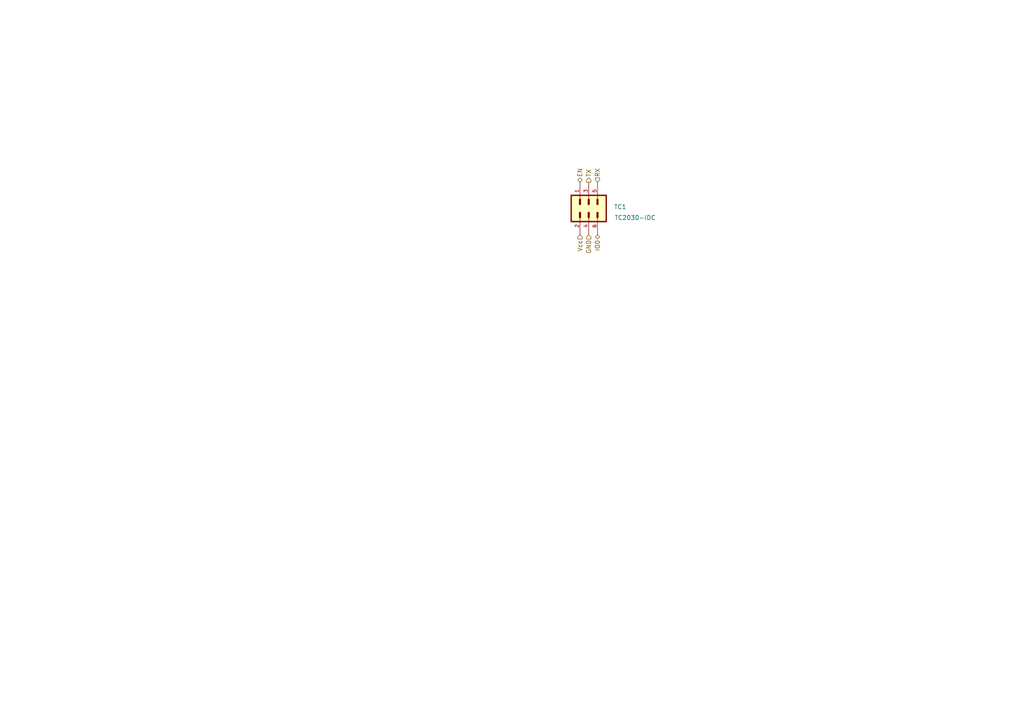
<source format=kicad_sch>
(kicad_sch (version 20230121) (generator eeschema)
  (paper "A4")
  (lib_symbols
    (symbol "TC2030-IDC:TC2030-IDC" (pin_names (offset 1.016))
      (property "Reference" "TC" (at -3.81 5.842 0))
      (property "Value" "TC2030-IDC" (at -3.81 -7.62 0))
      (symbol "TC2030-IDC_0_0"
        (rectangle (start -3.81 -5.08) (end 3.81 5.08) (stroke (width 0.4064)) (fill (type background)))
        (polyline (pts (xy -2.54 -2.54) (xy -1.27 -2.54)) (stroke (width 0.6096)))
        (polyline (pts (xy -2.54 0) (xy -1.27 0)) (stroke (width 0.6096)))
        (polyline (pts (xy -2.54 2.54) (xy -1.27 2.54)) (stroke (width 0.6096)))
        (polyline (pts (xy 1.27 -2.54) (xy 2.54 -2.54)) (stroke (width 0.6096)))
        (polyline (pts (xy 1.27 0) (xy 2.54 0)) (stroke (width 0.6096)))
        (polyline (pts (xy 1.27 2.54) (xy 2.54 2.54)) (stroke (width 0.6096)))
        (pin passive line (at 7.62 -2.54 180) (length 5.08) (name "~") (number "1"))
        (pin passive line (at -7.62 -2.54 0) (length 5.08) (name "~") (number "2"))
        (pin passive line (at 7.62 0 180) (length 5.08) (name "~") (number "3"))
        (pin passive line (at -7.62 0 0) (length 5.08) (name "~") (number "4"))
        (pin passive line (at 7.62 2.54 180) (length 5.08) (name "~") (number "5"))
        (pin passive line (at -7.62 2.54 0) (length 5.08) (name "~") (number "6"))
      )
    )
  )
  (hierarchical_label "EN" (shape bidirectional) (at 168.2164 52.8427 90))
  (hierarchical_label "GND" (shape input) (at 170.7564 68.0827 270))
  (hierarchical_label "Vcc" (shape input) (at 168.2164 68.0827 270))
  (hierarchical_label "TX" (shape output) (at 170.7564 52.8427 90))
  (hierarchical_label "IO0" (shape bidirectional) (at 173.2964 68.0827 270))
  (hierarchical_label "RX" (shape input) (at 173.2964 52.8427 90))
  (symbol (lib_id "TC2030-IDC:TC2030-IDC") (at 170.7564 60.4627 270) (mirror x) (unit 1)
    (property "Reference" "TC1" (at 181.7151 60.0154 90) (effects (justify right)))
    (property "Value" "TC2030-IDC" (at 190.2136 63.1464 90) (effects (justify right)))
    (property "Footprint" "TC2030-IDC:TC2030-IDC-NL" (effects hide))
  )
)
</source>
